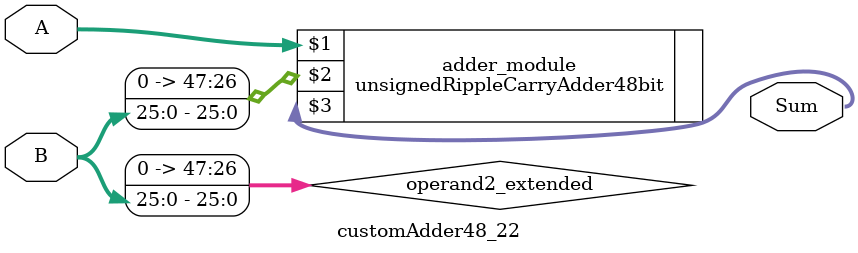
<source format=v>
module customAdder48_22(
                        input [47 : 0] A,
                        input [25 : 0] B,
                        
                        output [48 : 0] Sum
                );

        wire [47 : 0] operand2_extended;
        
        assign operand2_extended =  {22'b0, B};
        
        unsignedRippleCarryAdder48bit adder_module(
            A,
            operand2_extended,
            Sum
        );
        
        endmodule
        
</source>
